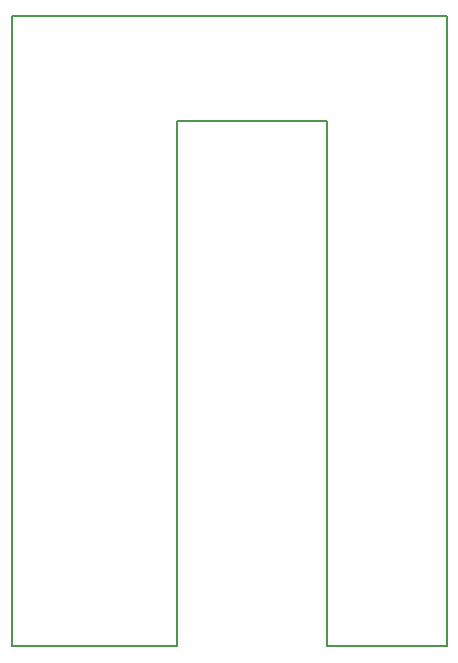
<source format=gko>
G04 FreePCB version 1.359*
G04 C:\SkyDrive\Files\freepcb_1200_bin\projects\Balance_Shield\CAM\board_outline.grb*
G04 board outline layer *
G04 Scale: 100 percent, Rotated: No, Reflected: No *
%FSLAX24Y24*%
%MOIN*%
%LN board outline *%
G04 Rounded Rectangle Macro, params: W/2, H/2, R *
%AMRNDREC*
21,1,$1+$1,$2+$2-$3-$3,0,0,0*
21,1,$1+$1-$3-$3,$2+$2,0,0,0*
1,1,$3+$3,$1-$3,$2-$3*
1,1,$3+$3,$3-$1,$2-$3*
1,1,$3+$3,$1-$3,$3-$2*
1,1,$3+$3,$3-$1,$3-$2*%
G04 Rectangular Thermal Macro, params: W/2, H/2, T/2 *
%AMRECTHERM*
$4=$3/2*
21,1,$1-$3,$2-$3,0-$1/2-$4,0-$2/2-$4,0*
21,1,$1-$3,$2-$3,0-$1/2-$4,$2/2+$4,0*
21,1,$1-$3,$2-$3,$1/2+$4,0-$2/2-$4,0*
21,1,$1-$3,$2-$3,$1/2+$4,$2/2+$4,0*%
%ADD10C,0.005000*%
G90*
G70D02*

G04 Step and Repeat for panelization *

G04 ----------------------- Draw board outline (positive)*
%LPD*%
G54D10*
G01X6500Y1000D02*
G01X6500Y17500D01*
G04 end of side 1*
G01X11500Y17500D01*
G04 end of side 2*
G01X11500Y1000D01*
G04 end of side 3*
G01X11500Y0D01*
G04 end of side 4*
G01X15500Y0D01*
G04 end of side 5*
G01X15500Y21000D01*
G04 end of side 6*
G01X1000Y21000D01*
G04 end of side 7*
G01X1000Y0D01*
G04 end of side 8*
G01X6500Y0D01*
G04 end of side 9*
G01X6500Y1000D01*

G04 -------------- Draw Parts, Pads, Traces, Vias and Text (positive)*
%LPD*%
G04 Draw part J2*
G04 Draw part J3*
G04 Draw part J4*
G04 Draw part J5*
G04 Draw part E1*
G04 Draw part E2*
G04 Draw part E3*
G04 Draw part J6*
G04 Draw part J7*
G04 Draw part J8*
G04 Draw part J9*
G04 Draw part R1*
G04 Draw part R2*

G04 Draw traces*

G04 Draw Text*
M00*
M02*

</source>
